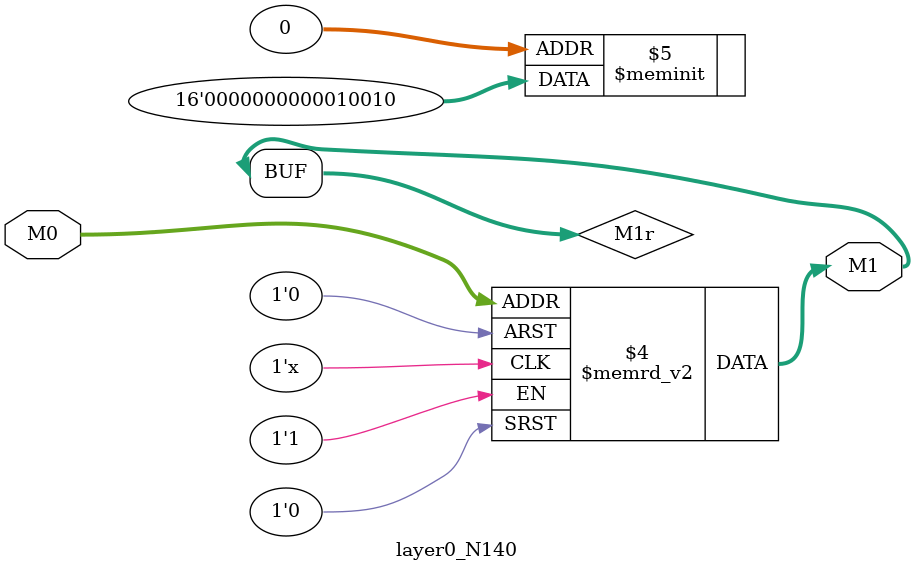
<source format=v>
module layer0_N140 ( input [2:0] M0, output [1:0] M1 );

	(*rom_style = "distributed" *) reg [1:0] M1r;
	assign M1 = M1r;
	always @ (M0) begin
		case (M0)
			3'b000: M1r = 2'b10;
			3'b100: M1r = 2'b00;
			3'b010: M1r = 2'b01;
			3'b110: M1r = 2'b00;
			3'b001: M1r = 2'b00;
			3'b101: M1r = 2'b00;
			3'b011: M1r = 2'b00;
			3'b111: M1r = 2'b00;

		endcase
	end
endmodule

</source>
